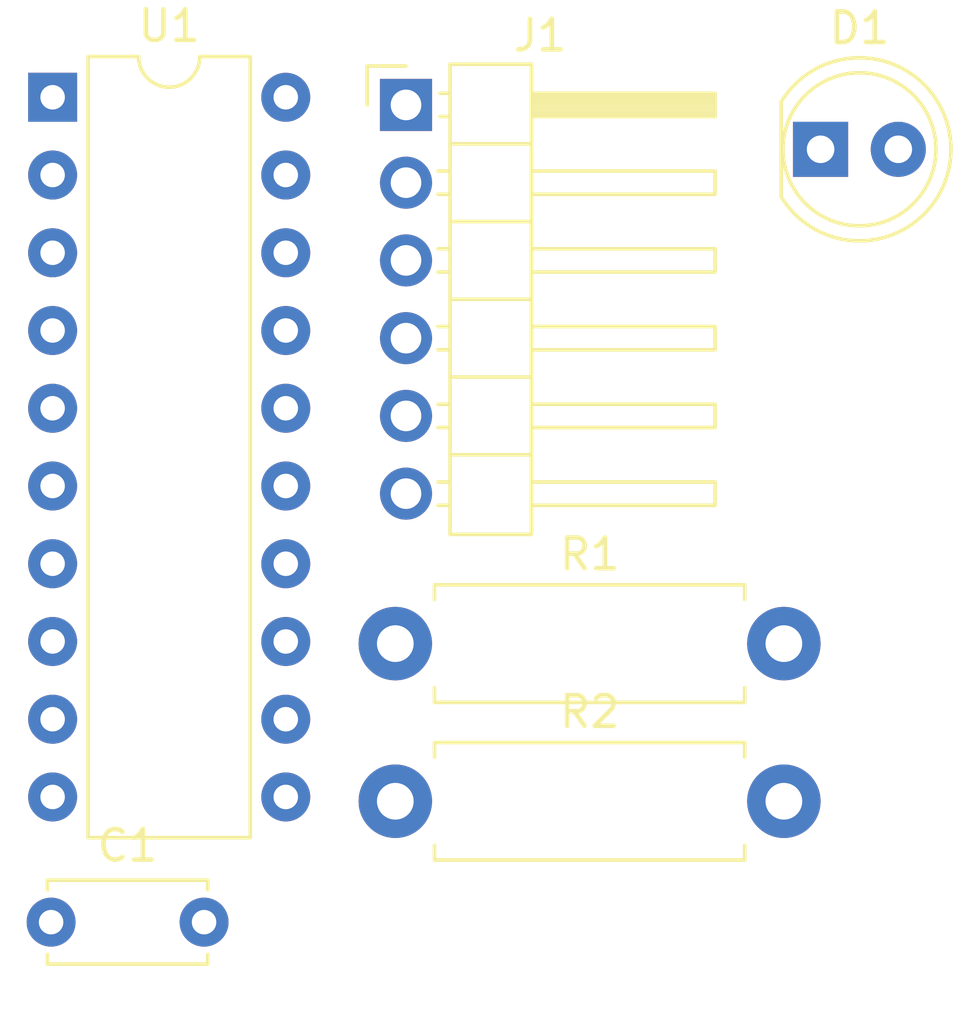
<source format=kicad_pcb>
(kicad_pcb (version 20240108) (generator "pcbnew") (generator_version "8.0")
  (layers (0 "F.Cu" signal) (31 "B.Cu" signal) (34 "B.Paste" user) (35 "F.Paste" user) (36 "B.SilkS" user "B.Silkscreen") (37 "F.SilkS" user "F.Silkscreen") (38 "B.Mask" user) (39 "F.Mask" user) (44 "Edge.Cuts" user))
  (net 0 "")
  (net 1 "VCC")
  (net 2 "GND")
  (net 3 "Net-(D1-A)")
  (net 5 "MCLR")
  (net 6 "PGC5")
  (net 7 "PGD4")
  (net 8 "Net-(U1-RC0{slash}AN4{slash}C2IN+)")
  (footprint "Resistor_THT:R_Axial_DIN0411_L9.9mm_D3.6mm_P12.70mm_Horizontal" (layer "F.Cu") (at 138.8 91.85)
    (property "Reference" "R1" (at 6.35 -2.92 0) (layer "F.SilkS"))
    (property "Value" "R")
    (fp_line (start 1.28 -1.92) (end 11.42 -1.92) (stroke (width 0.12)) (layer "F.SilkS"))
    (fp_line (start 1.28 -1.44) (end 1.28 -1.92) (stroke (width 0.12)) (layer "F.SilkS"))
    (fp_line (start 1.28 1.44) (end 1.28 1.92) (stroke (width 0.12)) (layer "F.SilkS"))
    (fp_line (start 1.28 1.92) (end 11.42 1.92) (stroke (width 0.12)) (layer "F.SilkS"))
    (fp_line (start 11.42 -1.92) (end 11.42 -1.44) (stroke (width 0.12)) (layer "F.SilkS"))
    (fp_line (start 11.42 1.92) (end 11.42 1.44) (stroke (width 0.12)) (layer "F.SilkS"))
    (pad "1" thru_hole circle (at 0 0) (size 2.4 2.4) (drill 1.2) (layers "*.Cu" "*.Mask") (net 1 "VCC"))
    (pad "2" thru_hole oval (at 12.7 0) (size 2.4 2.4) (drill 1.2) (layers "*.Cu" "*.Mask") (net 5 "MCLR"))
  )
  (footprint "Resistor_THT:R_Axial_DIN0411_L9.9mm_D3.6mm_P12.70mm_Horizontal" (layer "F.Cu") (at 138.8 97)
    (property "Reference" "R2" (at 6.35 -2.92 0) (layer "F.SilkS"))
    (property "Value" "R")
    (fp_line (start 1.28 -1.92) (end 11.42 -1.92) (stroke (width 0.12)) (layer "F.SilkS"))
    (fp_line (start 1.28 -1.44) (end 1.28 -1.92) (stroke (width 0.12)) (layer "F.SilkS"))
    (fp_line (start 1.28 1.44) (end 1.28 1.92) (stroke (width 0.12)) (layer "F.SilkS"))
    (fp_line (start 1.28 1.92) (end 11.42 1.92) (stroke (width 0.12)) (layer "F.SilkS"))
    (fp_line (start 11.42 -1.92) (end 11.42 -1.44) (stroke (width 0.12)) (layer "F.SilkS"))
    (fp_line (start 11.42 1.92) (end 11.42 1.44) (stroke (width 0.12)) (layer "F.SilkS"))
    (pad "1" thru_hole circle (at 0 0) (size 2.4 2.4) (drill 1.2) (layers "*.Cu" "*.Mask") (net 8 "Net-(U1-RC0{slash}AN4{slash}C2IN+)"))
    (pad "2" thru_hole oval (at 12.7 0) (size 2.4 2.4) (drill 1.2) (layers "*.Cu" "*.Mask") (net 3 "Net-(D1-A)"))
  )
  (footprint "LED_THT:LED_D5.0mm" (layer "F.Cu") (at 152.7 75.7)
    (property "Reference" "D1" (at 1.27 -3.96 0) (layer "F.SilkS"))
    (property "Value" "LED")
    (fp_line (start -1.29 -1.545) (end -1.29 1.545) (stroke (width 0.12)) (layer "F.SilkS"))
    (fp_arc (start -1.29 -1.54483) (mid 2.072002 -2.880433) (end 4.26 0.000462) (stroke (width 0.12)) (layer "F.SilkS"))
    (fp_arc (start 4.26 -0.000462) (mid 2.072002 2.880433) (end -1.29 1.54483) (stroke (width 0.12)) (layer "F.SilkS"))
    (fp_circle (center 1.27 0) (end 3.77 0) (stroke (width 0.12)) (fill none) (layer "F.SilkS"))
    (pad "1" thru_hole rect (at 0 0) (size 1.8 1.8) (drill 0.9) (layers "*.Cu" "*.Mask") (net 2 "GND"))
    (pad "2" thru_hole circle (at 2.54 0) (size 1.8 1.8) (drill 0.9) (layers "*.Cu" "*.Mask") (net 3 "Net-(D1-A)"))
  )
  (footprint "Connector_PinHeader_2.54mm:PinHeader_1x06_P2.54mm_Horizontal" (layer "F.Cu") (at 139.15 74.25)
    (property "Reference" "J1" (at 4.385 -2.27 0) (layer "F.SilkS"))
    (property "Value" "Conn_01x06_Pin")
    (fp_line (start -1.27 -1.27) (end 0 -1.27) (stroke (width 0.12)) (layer "F.SilkS"))
    (fp_line (start -1.27 0) (end -1.27 -1.27) (stroke (width 0.12)) (layer "F.SilkS"))
    (fp_line (start 1.042929 2.16) (end 1.44 2.16) (stroke (width 0.12)) (layer "F.SilkS"))
    (fp_line (start 1.042929 2.92) (end 1.44 2.92) (stroke (width 0.12)) (layer "F.SilkS"))
    (fp_line (start 1.042929 4.7) (end 1.44 4.7) (stroke (width 0.12)) (layer "F.SilkS"))
    (fp_line (start 1.042929 5.46) (end 1.44 5.46) (stroke (width 0.12)) (layer "F.SilkS"))
    (fp_line (start 1.042929 7.24) (end 1.44 7.24) (stroke (width 0.12)) (layer "F.SilkS"))
    (fp_line (start 1.042929 8) (end 1.44 8) (stroke (width 0.12)) (layer "F.SilkS"))
    (fp_line (start 1.042929 9.78) (end 1.44 9.78) (stroke (width 0.12)) (layer "F.SilkS"))
    (fp_line (start 1.042929 10.54) (end 1.44 10.54) (stroke (width 0.12)) (layer "F.SilkS"))
    (fp_line (start 1.042929 12.32) (end 1.44 12.32) (stroke (width 0.12)) (layer "F.SilkS"))
    (fp_line (start 1.042929 13.08) (end 1.44 13.08) (stroke (width 0.12)) (layer "F.SilkS"))
    (fp_line (start 1.11 -0.38) (end 1.44 -0.38) (stroke (width 0.12)) (layer "F.SilkS"))
    (fp_line (start 1.11 0.38) (end 1.44 0.38) (stroke (width 0.12)) (layer "F.SilkS"))
    (fp_line (start 1.44 -1.33) (end 1.44 14.03) (stroke (width 0.12)) (layer "F.SilkS"))
    (fp_line (start 1.44 1.27) (end 4.1 1.27) (stroke (width 0.12)) (layer "F.SilkS"))
    (fp_line (start 1.44 3.81) (end 4.1 3.81) (stroke (width 0.12)) (layer "F.SilkS"))
    (fp_line (start 1.44 6.35) (end 4.1 6.35) (stroke (width 0.12)) (layer "F.SilkS"))
    (fp_line (start 1.44 8.89) (end 4.1 8.89) (stroke (width 0.12)) (layer "F.SilkS"))
    (fp_line (start 1.44 11.43) (end 4.1 11.43) (stroke (width 0.12)) (layer "F.SilkS"))
    (fp_line (start 1.44 14.03) (end 4.1 14.03) (stroke (width 0.12)) (layer "F.SilkS"))
    (fp_line (start 4.1 -1.33) (end 1.44 -1.33) (stroke (width 0.12)) (layer "F.SilkS"))
    (fp_line (start 4.1 -0.38) (end 10.1 -0.38) (stroke (width 0.12)) (layer "F.SilkS"))
    (fp_line (start 4.1 -0.32) (end 10.1 -0.32) (stroke (width 0.12)) (layer "F.SilkS"))
    (fp_line (start 4.1 -0.2) (end 10.1 -0.2) (stroke (width 0.12)) (layer "F.SilkS"))
    (fp_line (start 4.1 -0.08) (end 10.1 -0.08) (stroke (width 0.12)) (layer "F.SilkS"))
    (fp_line (start 4.1 0.04) (end 10.1 0.04) (stroke (width 0.12)) (layer "F.SilkS"))
    (fp_line (start 4.1 0.16) (end 10.1 0.16) (stroke (width 0.12)) (layer "F.SilkS"))
    (fp_line (start 4.1 0.28) (end 10.1 0.28) (stroke (width 0.12)) (layer "F.SilkS"))
    (fp_line (start 4.1 2.16) (end 10.1 2.16) (stroke (width 0.12)) (layer "F.SilkS"))
    (fp_line (start 4.1 4.7) (end 10.1 4.7) (stroke (width 0.12)) (layer "F.SilkS"))
    (fp_line (start 4.1 7.24) (end 10.1 7.24) (stroke (width 0.12)) (layer "F.SilkS"))
    (fp_line (start 4.1 9.78) (end 10.1 9.78) (stroke (width 0.12)) (layer "F.SilkS"))
    (fp_line (start 4.1 12.32) (end 10.1 12.32) (stroke (width 0.12)) (layer "F.SilkS"))
    (fp_line (start 4.1 14.03) (end 4.1 -1.33) (stroke (width 0.12)) (layer "F.SilkS"))
    (fp_line (start 10.1 -0.38) (end 10.1 0.38) (stroke (width 0.12)) (layer "F.SilkS"))
    (fp_line (start 10.1 0.38) (end 4.1 0.38) (stroke (width 0.12)) (layer "F.SilkS"))
    (fp_line (start 10.1 2.16) (end 10.1 2.92) (stroke (width 0.12)) (layer "F.SilkS"))
    (fp_line (start 10.1 2.92) (end 4.1 2.92) (stroke (width 0.12)) (layer "F.SilkS"))
    (fp_line (start 10.1 4.7) (end 10.1 5.46) (stroke (width 0.12)) (layer "F.SilkS"))
    (fp_line (start 10.1 5.46) (end 4.1 5.46) (stroke (width 0.12)) (layer "F.SilkS"))
    (fp_line (start 10.1 7.24) (end 10.1 8) (stroke (width 0.12)) (layer "F.SilkS"))
    (fp_line (start 10.1 8) (end 4.1 8) (stroke (width 0.12)) (layer "F.SilkS"))
    (fp_line (start 10.1 9.78) (end 10.1 10.54) (stroke (width 0.12)) (layer "F.SilkS"))
    (fp_line (start 10.1 10.54) (end 4.1 10.54) (stroke (width 0.12)) (layer "F.SilkS"))
    (fp_line (start 10.1 12.32) (end 10.1 13.08) (stroke (width 0.12)) (layer "F.SilkS"))
    (fp_line (start 10.1 13.08) (end 4.1 13.08) (stroke (width 0.12)) (layer "F.SilkS"))
    (pad "1" thru_hole rect (at 0 0) (size 1.7 1.7) (drill 1) (layers "*.Cu" "*.Mask") (net 5 "MCLR"))
    (pad "2" thru_hole oval (at 0 2.54) (size 1.7 1.7) (drill 1) (layers "*.Cu" "*.Mask") (net 1 "VCC"))
    (pad "3" thru_hole oval (at 0 5.08) (size 1.7 1.7) (drill 1) (layers "*.Cu" "*.Mask") (net 2 "GND"))
    (pad "4" thru_hole oval (at 0 7.62) (size 1.7 1.7) (drill 1) (layers "*.Cu" "*.Mask") (net 7 "PGD4"))
    (pad "5" thru_hole oval (at 0 10.16) (size 1.7 1.7) (drill 1) (layers "*.Cu" "*.Mask") (net 6 "PGC5"))
    (pad "6" thru_hole oval (at 0 12.7) (size 1.7 1.7) (drill 1) (layers "*.Cu" "*.Mask"))
  )
  (footprint "Capacitor_THT:C_Disc_D5.0mm_W2.5mm_P5.00mm" (layer "F.Cu") (at 127.55 100.95)
    (property "Reference" "C1" (at 2.5 -2.5 0) (layer "F.SilkS"))
    (property "Value" "C")
    (fp_line (start -0.12 -1.37) (end -0.12 -1.055) (stroke (width 0.12)) (layer "F.SilkS"))
    (fp_line (start -0.12 -1.37) (end 5.12 -1.37) (stroke (width 0.12)) (layer "F.SilkS"))
    (fp_line (start -0.12 1.055) (end -0.12 1.37) (stroke (width 0.12)) (layer "F.SilkS"))
    (fp_line (start -0.12 1.37) (end 5.12 1.37) (stroke (width 0.12)) (layer "F.SilkS"))
    (fp_line (start 5.12 -1.37) (end 5.12 -1.055) (stroke (width 0.12)) (layer "F.SilkS"))
    (fp_line (start 5.12 1.055) (end 5.12 1.37) (stroke (width 0.12)) (layer "F.SilkS"))
    (pad "1" thru_hole circle (at 0 0) (size 1.6 1.6) (drill 0.8) (layers "*.Cu" "*.Mask") (net 1 "VCC"))
    (pad "2" thru_hole circle (at 5 0) (size 1.6 1.6) (drill 0.8) (layers "*.Cu" "*.Mask") (net 2 "GND"))
  )
  (footprint "Package_DIP:DIP-20_W7.62mm" (layer "F.Cu") (at 127.6 74)
    (property "Reference" "U1" (at 3.81 -2.33 0) (layer "F.SilkS"))
    (property "Value" "PIC16F690-IP")
    (fp_line (start 1.16 -1.33) (end 1.16 24.19) (stroke (width 0.12)) (layer "F.SilkS"))
    (fp_line (start 1.16 24.19) (end 6.46 24.19) (stroke (width 0.12)) (layer "F.SilkS"))
    (fp_line (start 2.81 -1.33) (end 1.16 -1.33) (stroke (width 0.12)) (layer "F.SilkS"))
    (fp_line (start 6.46 -1.33) (end 4.81 -1.33) (stroke (width 0.12)) (layer "F.SilkS"))
    (fp_line (start 6.46 24.19) (end 6.46 -1.33) (stroke (width 0.12)) (layer "F.SilkS"))
    (fp_arc (start 4.81 -1.33) (mid 3.81 -0.33) (end 2.81 -1.33) (stroke (width 0.12)) (layer "F.SilkS"))
    (pad "1" thru_hole rect (at 0 0) (size 1.6 1.6) (drill 0.8) (layers "*.Cu" "*.Mask") (net 1 "VCC"))
    (pad "2" thru_hole oval (at 0 2.54) (size 1.6 1.6) (drill 0.8) (layers "*.Cu" "*.Mask"))
    (pad "3" thru_hole oval (at 0 5.08) (size 1.6 1.6) (drill 0.8) (layers "*.Cu" "*.Mask"))
    (pad "4" thru_hole oval (at 0 7.62) (size 1.6 1.6) (drill 0.8) (layers "*.Cu" "*.Mask") (net 5 "MCLR"))
    (pad "5" thru_hole oval (at 0 10.16) (size 1.6 1.6) (drill 0.8) (layers "*.Cu" "*.Mask"))
    (pad "6" thru_hole oval (at 0 12.7) (size 1.6 1.6) (drill 0.8) (layers "*.Cu" "*.Mask"))
    (pad "7" thru_hole oval (at 0 15.24) (size 1.6 1.6) (drill 0.8) (layers "*.Cu" "*.Mask"))
    (pad "8" thru_hole oval (at 0 17.78) (size 1.6 1.6) (drill 0.8) (layers "*.Cu" "*.Mask"))
    (pad "9" thru_hole oval (at 0 20.32) (size 1.6 1.6) (drill 0.8) (layers "*.Cu" "*.Mask"))
    (pad "10" thru_hole oval (at 0 22.86) (size 1.6 1.6) (drill 0.8) (layers "*.Cu" "*.Mask"))
    (pad "11" thru_hole oval (at 7.62 22.86) (size 1.6 1.6) (drill 0.8) (layers "*.Cu" "*.Mask"))
    (pad "12" thru_hole oval (at 7.62 20.32) (size 1.6 1.6) (drill 0.8) (layers "*.Cu" "*.Mask"))
    (pad "13" thru_hole oval (at 7.62 17.78) (size 1.6 1.6) (drill 0.8) (layers "*.Cu" "*.Mask"))
    (pad "14" thru_hole oval (at 7.62 15.24) (size 1.6 1.6) (drill 0.8) (layers "*.Cu" "*.Mask"))
    (pad "15" thru_hole oval (at 7.62 12.7) (size 1.6 1.6) (drill 0.8) (layers "*.Cu" "*.Mask"))
    (pad "16" thru_hole oval (at 7.62 10.16) (size 1.6 1.6) (drill 0.8) (layers "*.Cu" "*.Mask") (net 8 "Net-(U1-RC0{slash}AN4{slash}C2IN+)"))
    (pad "17" thru_hole oval (at 7.62 7.62) (size 1.6 1.6) (drill 0.8) (layers "*.Cu" "*.Mask"))
    (pad "18" thru_hole oval (at 7.62 5.08) (size 1.6 1.6) (drill 0.8) (layers "*.Cu" "*.Mask") (net 6 "PGC5"))
    (pad "19" thru_hole oval (at 7.62 2.54) (size 1.6 1.6) (drill 0.8) (layers "*.Cu" "*.Mask") (net 7 "PGD4"))
    (pad "20" thru_hole oval (at 7.62 0) (size 1.6 1.6) (drill 0.8) (layers "*.Cu" "*.Mask") (net 2 "GND"))
  )
)
</source>
